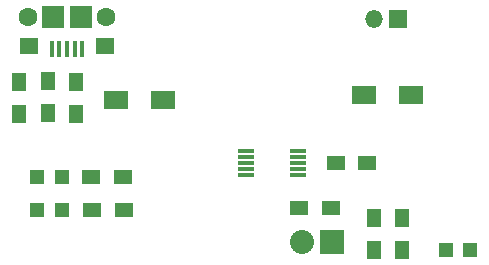
<source format=gbr>
G04 #@! TF.FileFunction,Soldermask,Top*
%FSLAX46Y46*%
G04 Gerber Fmt 4.6, Leading zero omitted, Abs format (unit mm)*
G04 Created by KiCad (PCBNEW 0.201503210816+5526~22~ubuntu14.10.1-product) date Sun 22 Mar 2015 03:55:30 PM EDT*
%MOMM*%
G01*
G04 APERTURE LIST*
%ADD10C,0.100000*%
%ADD11R,2.000000X1.600000*%
%ADD12R,1.198880X1.198880*%
%ADD13R,1.500000X1.300000*%
%ADD14R,1.300000X1.500000*%
%ADD15R,1.400000X0.300000*%
%ADD16R,2.032000X2.032000*%
%ADD17O,2.032000X2.032000*%
%ADD18R,0.400000X1.350000*%
%ADD19R,1.600000X1.400000*%
%ADD20R,1.900000X1.900000*%
%ADD21C,1.600000*%
%ADD22R,1.500000X1.500000*%
%ADD23O,1.500000X1.500000*%
G04 APERTURE END LIST*
D10*
D11*
X156724600Y-105628440D03*
X160724600Y-105628440D03*
X181730400Y-105257600D03*
X177730400Y-105257600D03*
D12*
X186723020Y-118364000D03*
X184624980Y-118364000D03*
X150017480Y-114998500D03*
X152115520Y-114998500D03*
X150017480Y-112141000D03*
X152115520Y-112141000D03*
D13*
X157306000Y-112141000D03*
X154606000Y-112141000D03*
X157369500Y-114935000D03*
X154669500Y-114935000D03*
D14*
X180975000Y-115617000D03*
X180975000Y-118317000D03*
X178562000Y-115642400D03*
X178562000Y-118342400D03*
D13*
X178007000Y-110998000D03*
X175307000Y-110998000D03*
X172182800Y-114808000D03*
X174882800Y-114808000D03*
D14*
X148534120Y-106836200D03*
X148534120Y-104136200D03*
X150962360Y-106770160D03*
X150962360Y-104070160D03*
X153339800Y-106836200D03*
X153339800Y-104136200D03*
D15*
X167726000Y-109998000D03*
X167726000Y-110498000D03*
X167726000Y-110998000D03*
X167726000Y-111498000D03*
X167726000Y-111998000D03*
X172126000Y-111998000D03*
X172126000Y-111498000D03*
X172126000Y-110998000D03*
X172126000Y-110498000D03*
X172126000Y-109998000D03*
D16*
X175006000Y-117703600D03*
D17*
X172466000Y-117703600D03*
D18*
X152568760Y-101318440D03*
X151918760Y-101318440D03*
X151268760Y-101318440D03*
X153218760Y-101318440D03*
X153868760Y-101318440D03*
D19*
X155768760Y-101093440D03*
X149368760Y-101093440D03*
D20*
X153768760Y-98643440D03*
X151368760Y-98643440D03*
D21*
X155868760Y-98643440D03*
X149268760Y-98643440D03*
D22*
X180594000Y-98806000D03*
D23*
X178594000Y-98806000D03*
M02*

</source>
